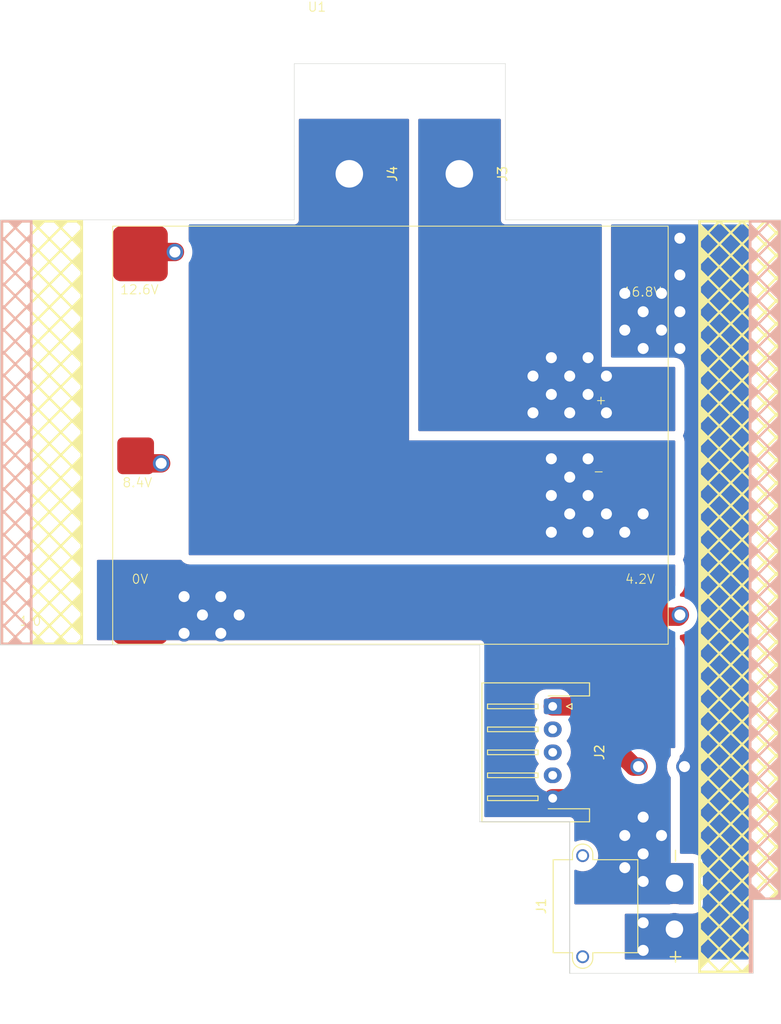
<source format=kicad_pcb>
(kicad_pcb (version 20241229) (generator "pcbnew") (generator_version "9.0")
  (layers (0 "F.Cu" signal) (4 "In1.Cu" signal) (6 "In2.Cu" signal) (2 "B.Cu" signal) (13 "F.Paste" user) (15 "B.Paste" user) (5 "F.SilkS" user "F.Silkscreen") (7 "B.SilkS" user "B.Silkscreen") (1 "F.Mask" user) (3 "B.Mask" user) (25 "Edge.Cuts" user))
  (net 0 "")
  (net 1 "Net-(J1-Pin_2)")
  (net 2 "Net-(J1-Pin_1)")
  (net 3 "Net-(J2-Pin_2)")
  (net 4 "Net-(J2-Pin_4)")
  (net 5 "Net-(J2-Pin_3)")
  (net 6 "Net-(J3-Pin_1)")
  (net 7 "Net-(J4-Pin_1)")
  (footprint "Connector_JST:JST_XH_S5B-XH-A-1_1x05_P2.50mm_Horizontal" (layer "F.Cu") (at 138.15 85.95 -90)
    (property "Reference" "J2" (at 5 -5.1 90) (layer "F.SilkS"))
    (property "Value" "Conn_01x05")
    (fp_line (start -2.56 7.71) (end -2.56 -4.01) (stroke (width 0.12)) (layer "F.SilkS"))
    (fp_line (start 5 7.71) (end -2.56 7.71) (stroke (width 0.12)) (layer "F.SilkS"))
    (fp_line (start 5 7.71) (end 12.56 7.71) (stroke (width 0.12)) (layer "F.SilkS"))
    (fp_line (start 12.56 7.71) (end 12.56 -4.01) (stroke (width 0.12)) (layer "F.SilkS"))
    (fp_line (start -0.25 7.1) (end 0.25 7.1) (stroke (width 0.12)) (layer "F.SilkS"))
    (fp_line (start 0.25 7.1) (end 0.25 1.6) (stroke (width 0.12)) (layer "F.SilkS"))
    (fp_line (start 2.25 7.1) (end 2.75 7.1) (stroke (width 0.12)) (layer "F.SilkS"))
    (fp_line (start 2.75 7.1) (end 2.75 1.6) (stroke (width 0.12)) (layer "F.SilkS"))
    (fp_line (start 4.75 7.1) (end 5.25 7.1) (stroke (width 0.12)) (layer "F.SilkS"))
    (fp_line (start 5.25 7.1) (end 5.25 1.6) (stroke (width 0.12)) (layer "F.SilkS"))
    (fp_line (start 7.25 7.1) (end 7.75 7.1) (stroke (width 0.12)) (layer "F.SilkS"))
    (fp_line (start 7.75 7.1) (end 7.75 1.6) (stroke (width 0.12)) (layer "F.SilkS"))
    (fp_line (start 9.75 7.1) (end 10.25 7.1) (stroke (width 0.12)) (layer "F.SilkS"))
    (fp_line (start 10.25 7.1) (end 10.25 1.6) (stroke (width 0.12)) (layer "F.SilkS"))
    (fp_line (start -0.25 1.6) (end -0.25 7.1) (stroke (width 0.12)) (layer "F.SilkS"))
    (fp_line (start 0.25 1.6) (end -0.25 1.6) (stroke (width 0.12)) (layer "F.SilkS"))
    (fp_line (start 2.25 1.6) (end 2.25 7.1) (stroke (width 0.12)) (layer "F.SilkS"))
    (fp_line (start 2.75 1.6) (end 2.25 1.6) (stroke (width 0.12)) (layer "F.SilkS"))
    (fp_line (start 4.75 1.6) (end 4.75 7.1) (stroke (width 0.12)) (layer "F.SilkS"))
    (fp_line (start 5.25 1.6) (end 4.75 1.6) (stroke (width 0.12)) (layer "F.SilkS"))
    (fp_line (start 7.25 1.6) (end 7.25 7.1) (stroke (width 0.12)) (layer "F.SilkS"))
    (fp_line (start 7.75 1.6) (end 7.25 1.6) (stroke (width 0.12)) (layer "F.SilkS"))
    (fp_line (start 9.75 1.6) (end 9.75 7.1) (stroke (width 0.12)) (layer "F.SilkS"))
    (fp_line (start 10.25 1.6) (end 9.75 1.6) (stroke (width 0.12)) (layer "F.SilkS"))
    (fp_line (start 0 -1.5) (end -0.3 -2.1) (stroke (width 0.12)) (layer "F.SilkS"))
    (fp_line (start -0.3 -2.1) (end 0.3 -2.1) (stroke (width 0.12)) (layer "F.SilkS"))
    (fp_line (start 0.3 -2.1) (end 0 -1.5) (stroke (width 0.12)) (layer "F.SilkS"))
    (fp_line (start -2.56 -4.01) (end -1.14 -4.01) (stroke (width 0.12)) (layer "F.SilkS"))
    (fp_line (start -1.14 -4.01) (end -1.14 0.49) (stroke (width 0.12)) (layer "F.SilkS"))
    (fp_line (start 11.14 -4.01) (end 11.14 0.49) (stroke (width 0.12)) (layer "F.SilkS"))
    (fp_line (start 12.56 -4.01) (end 11.14 -4.01) (stroke (width 0.12)) (layer "F.SilkS"))
    (pad "1" thru_hole roundrect (at 0 0 270) (size 1.7 1.95) (drill 0.95) (layers "*.Cu" "*.Mask") (roundrect_rratio 0.147059) (net 1 "Net-(J1-Pin_2)"))
    (pad "2" thru_hole oval (at 2.5 0 270) (size 1.7 1.95) (drill 0.95) (layers "*.Cu" "*.Mask") (net 3 "Net-(J2-Pin_2)"))
    (pad "3" thru_hole oval (at 5 0 270) (size 1.7 1.95) (drill 0.95) (layers "*.Cu" "*.Mask") (net 5 "Net-(J2-Pin_3)"))
    (pad "4" thru_hole oval (at 7.5 0 270) (size 1.7 1.95) (drill 0.95) (layers "*.Cu" "*.Mask") (net 4 "Net-(J2-Pin_4)"))
    (pad "5" thru_hole oval (at 10 0 270) (size 1.7 1.95) (drill 0.95) (layers "*.Cu" "*.Mask") (net 2 "Net-(J1-Pin_1)"))
  )
  (footprint "MountingHole:MountingHole_4.3mm_M4_DIN965_Pad" (layer "F.Cu") (at 115.996592 27.990385 -90)
    (property "Reference" "J4" (at 0 -4.7 90) (layer "F.SilkS"))
    (property "Value" "Conn_01x01")
    (pad "1" thru_hole circle (at 0 0 270) (size 7.5 7.5) (drill 3) (layers "*.Cu" "*.Mask") (net 7 "Net-(J4-Pin_1)"))
  )
  (footprint "myfootprints:bms-4s-40A" (layer "F.Cu") (at 120.473869 56.435129)
    (property "Reference" "U1" (at -8 -46.6 0) (layer "F.SilkS") (effects (font (thickness 0.1))))
    (property "Value" "BMS-4s-40A")
    (fp_rect (start -30.25 -22.75) (end 30.25 22.75) (stroke (width 0.1)) (fill no) (layer "F.SilkS"))
    (fp_text user "16.8V" (at 25.25 -15 0) (layer "F.SilkS") (effects (font (thickness 0.1)) (justify left bottom)))
    (fp_text user "4.2V" (at 25.5 16.25 0) (layer "F.SilkS") (effects (font (thickness 0.1)) (justify left bottom)))
    (fp_text user "-" (at 22 4.5 0) (layer "F.SilkS") (effects (font (thickness 0.1)) (justify left bottom)))
    (fp_text user "8.4V" (at -29.25 5.75 0) (layer "F.SilkS") (effects (font (thickness 0.1)) (justify left bottom)))
    (fp_text user "+" (at 22.25 -3.25 0) (layer "F.SilkS") (effects (font (thickness 0.1)) (justify left bottom)))
    (fp_text user "12.6V" (at -29.5 -15.25 0) (layer "F.SilkS") (effects (font (thickness 0.1)) (justify left bottom)))
    (fp_text user "0V" (at -28.25 16.25 0) (layer "F.SilkS") (effects (font (thickness 0.1)) (justify left bottom)))
    (pad "1" smd roundrect (at 27.25 -3.75) (size 6 6) (layers "F.Cu" "F.Mask" "F.Paste") (roundrect_rratio 0.15) (net 6 "Net-(J3-Pin_1)"))
    (pad "2" smd roundrect (at 27.25 4.25) (size 6 6) (layers "F.Cu" "F.Mask" "F.Paste") (roundrect_rratio 0.15) (net 7 "Net-(J4-Pin_1)"))
    (pad "3" smd roundrect (at -27.25 19.75) (size 6 6) (layers "F.Cu" "F.Mask" "F.Paste") (roundrect_rratio 0.15) (net 2 "Net-(J1-Pin_1)"))
    (pad "4" smd roundrect (at 27.25 19.75) (size 6 6) (layers "F.Cu" "F.Mask" "F.Paste") (roundrect_rratio 0.15) (net 4 "Net-(J2-Pin_4)"))
    (pad "5" smd roundrect (at -27.75 2.25) (size 4 4) (layers "F.Cu" "F.Mask" "F.Paste") (roundrect_rratio 0.15) (net 5 "Net-(J2-Pin_3)"))
    (pad "6" smd roundrect (at -27.25 -19.75) (size 6 6) (layers "F.Cu" "F.Mask" "F.Paste") (roundrect_rratio 0.15) (net 3 "Net-(J2-Pin_2)"))
    (pad "7" smd roundrect (at 27.25 -19.75) (size 6 6) (layers "F.Cu" "F.Mask" "F.Paste") (roundrect_rratio 0.15) (net 1 "Net-(J1-Pin_2)"))
  )
  (footprint "Connector_AMASS:AMASS_XT30PW-M_1x02_P2.50mm_Horizontal" (layer "F.Cu") (at 151.409018 105.195107 90)
    (property "Reference" "J1" (at -2.5 -14.5 90) (layer "F.SilkS"))
    (property "Value" "Conn_01x02")
    (fp_line (start 2.56 -13.21) (end 2.56 -11.11) (stroke (width 0.12)) (layer "F.SilkS"))
    (fp_line (start -7.56 -13.21) (end 2.56 -13.21) (stroke (width 0.12)) (layer "F.SilkS"))
    (fp_line (start -7.56 -13.21) (end -7.56 -11.11) (stroke (width 0.12)) (layer "F.SilkS"))
    (fp_line (start 2.56 -11.11) (end 3.15 -11.11) (stroke (width 0.12)) (layer "F.SilkS"))
    (fp_line (start -8.15 -11.11) (end -7.56 -11.11) (stroke (width 0.12)) (layer "F.SilkS"))
    (fp_line (start 2.56 -8.89) (end 3.15 -8.89) (stroke (width 0.12)) (layer "F.SilkS"))
    (fp_line (start 2.56 -8.89) (end 2.56 -3.99) (stroke (width 0.12)) (layer "F.SilkS"))
    (fp_line (start -7.56 -8.89) (end -7.56 -3.99) (stroke (width 0.12)) (layer "F.SilkS"))
    (fp_line (start -8.15 -8.89) (end -7.56 -8.89) (stroke (width 0.12)) (layer "F.SilkS"))
    (fp_line (start -7.56 -3.99) (end 2.56 -3.99) (stroke (width 0.12)) (layer "F.SilkS"))
    (fp_arc (start 3.15 -11.11) (mid 4.26 -10) (end 3.15 -8.89) (stroke (width 0.12)) (layer "F.SilkS"))
    (fp_arc (start -8.15 -8.89) (mid -9.26 -10) (end -8.15 -11.11) (stroke (width 0.12)) (layer "F.SilkS"))
    (fp_text user "+" (at -8 0 90) (layer "F.SilkS") (effects (font (size 1.5 1.5))))
    (fp_text user "-" (at 3 0 90) (layer "F.SilkS") (effects (font (size 1.5 1.5))))
    (pad "" thru_hole circle (at -8 -10 90) (size 1.4 1.4) (drill 1) (layers "*.Cu" "*.Mask"))
    (pad "" thru_hole circle (at 3 -10 90) (size 1.4 1.4) (drill 1) (layers "*.Cu" "*.Mask"))
    (pad "1" thru_hole roundrect (at 0 0 90) (size 3.5 3.5) (drill 1.9) (layers "*.Cu" "*.Mask") (roundrect_rratio 0.22) (net 2 "Net-(J1-Pin_1)"))
    (pad "2" thru_hole circle (at -5 0 90) (size 3.5 3.5) (drill 1.9) (layers "*.Cu" "*.Mask") (net 1 "Net-(J1-Pin_2)"))
  )
  (footprint "MountingHole:MountingHole_4.3mm_M4_DIN965_Pad" (layer "F.Cu") (at 127.981116 27.996701 -90)
    (property "Reference" "J3" (at 0 -4.7 90) (layer "F.SilkS"))
    (property "Value" "Conn_01x01")
    (pad "1" thru_hole circle (at 0 0 270) (size 7.5 7.5) (drill 3) (layers "*.Cu" "*.Mask") (net 6 "Net-(J3-Pin_1)"))
  )
  (gr_line (start 78 79.25) (end 78 33) (stroke (width 0.05)) (layer "Edge.Cuts"))
  (gr_line (start 163 33) (end 163 107) (stroke (width 0.05)) (layer "Edge.Cuts"))
  (gr_line (start 133 24) (end 133 33) (stroke (width 0.05)) (layer "Edge.Cuts"))
  (gr_line (start 160 115) (end 140 115) (stroke (width 0.05)) (layer "Edge.Cuts"))
  (gr_line (start 110 33) (end 78 33) (stroke (width 0.05)) (layer "Edge.Cuts"))
  (gr_line (start 133 16) (end 133 24) (stroke (width 0.05)) (layer "Edge.Cuts"))
  (gr_line (start 130.2 79.25) (end 78 79.25) (stroke (width 0.1)) (layer "Edge.Cuts"))
  (gr_line (start 110 16) (end 110 25) (stroke (width 0.05)) (layer "Edge.Cuts"))
  (gr_line (start 140 98.5) (end 130.2 98.5) (stroke (width 0.1)) (layer "Edge.Cuts"))
  (gr_line (start 130.2 98.5) (end 130.2 79.25) (stroke (width 0.05)) (layer "Edge.Cuts"))
  (gr_line (start 140 115) (end 140 98.5) (stroke (width 0.1)) (layer "Edge.Cuts"))
  (gr_line (start 110 25) (end 110 33) (stroke (width 0.05)) (layer "Edge.Cuts"))
  (gr_line (start 133 33) (end 163 33) (stroke (width 0.05)) (layer "Edge.Cuts"))
  (gr_line (start 160 115) (end 160 107) (stroke (width 0.05)) (layer "Edge.Cuts"))
  (gr_line (start 160 107) (end 163 107) (stroke (width 0.05)) (layer "Edge.Cuts"))
  (gr_line (start 110 16) (end 133 16) (stroke (width 0.05)) (layer "Edge.Cuts"))
  (gr_text "1.0" (at 80 77.25 0) (layer "F.SilkS") (effects (font (size 1 1) (thickness 0.1)) (justify left bottom)))
  (segment (start 147 92.5) (end 147.5 92.5) (width 2) (layer "F.Cu") (net 1))
  (segment (start 138.15 85.95) (end 140.45 85.95) (width 2) (layer "F.Cu") (net 1))
  (segment (start 145.5 91) (end 147 92.5) (width 2) (layer "F.Cu") (net 1))
  (segment (start 140.45 85.95) (end 145.5 91) (width 2) (layer "F.Cu") (net 1))
  (via (at 152 39) (size 1.8) (drill 1.2) (layers "F.Cu" "B.Cu") (net 1))
  (via (at 150 41) (size 1.8) (drill 1.2) (layers "F.Cu" "B.Cu") (net 1))
  (via (at 150 45) (size 1.8) (drill 1.2) (layers "F.Cu" "B.Cu") (net 1))
  (via (at 152 47) (size 1.8) (drill 1.2) (layers "F.Cu" "B.Cu") (net 1))
  (via (at 152 43) (size 1.8) (drill 1.2) (layers "F.Cu" "B.Cu") (net 1))
  (via (at 152 35) (size 1.8) (drill 1.2) (layers "F.Cu" "B.Cu") (net 1))
  (via (at 146 41) (size 1.8) (drill 1.2) (layers "F.Cu" "B.Cu") (net 1))
  (via (at 147.5 92.5) (size 1.8) (drill 1.2) (layers "F.Cu" "B.Cu") (net 1))
  (via (at 146 45) (size 1.8) (drill 1.2) (layers "F.Cu" "B.Cu") (net 1))
  (via (at 152.5 92.5) (size 1.8) (drill 1.2) (layers "F.Cu" "B.Cu") (net 1))
  (via (at 148 47) (size 1.8) (drill 1.2) (layers "F.Cu" "B.Cu") (net 1))
  (via (at 148 109.5) (size 1.8) (drill 1.2) (layers "F.Cu" "B.Cu") (net 1))
  (via (at 148 43) (size 1.8) (drill 1.2) (layers "F.Cu" "B.Cu") (net 1))
  (via (at 148 112.5) (size 1.8) (drill 1.2) (layers "F.Cu" "B.Cu") (net 1))
  (segment (start 138.15 95.95) (end 145.95 95.95) (width 2) (layer "F.Cu") (net 2))
  (segment (start 145.95 95.95) (end 150 100) (width 2) (layer "F.Cu") (net 2))
  (via (at 104 76) (size 1.8) (drill 1.2) (layers "F.Cu" "B.Cu") (net 2))
  (via (at 146 103.5) (size 1.8) (drill 1.2) (layers "F.Cu" "B.Cu") (net 2))
  (via (at 148 98) (size 1.8) (drill 1.2) (layers "F.Cu" "B.Cu") (net 2))
  (via (at 102 78) (size 1.8) (drill 1.2) (layers "F.Cu" "B.Cu") (net 2))
  (via (at 146 100) (size 1.8) (drill 1.2) (layers "F.Cu" "B.Cu") (net 2))
  (via (at 102 74) (size 1.8) (drill 1.2) (layers "F.Cu" "B.Cu") (net 2))
  (via (at 98 74) (size 1.8) (drill 1.2) (layers "F.Cu" "B.Cu") (net 2))
  (via (at 148 102) (size 1.8) (drill 1.2) (layers "F.Cu" "B.Cu") (net 2))
  (via (at 100 76) (size 1.8) (drill 1.2) (layers "F.Cu" "B.Cu") (net 2))
  (via (at 148 105) (size 1.8) (drill 1.2) (layers "F.Cu" "B.Cu") (net 2))
  (via (at 98 78) (size 1.8) (drill 1.2) (layers "F.Cu" "B.Cu") (net 2))
  (via (at 150 100) (size 1.8) (drill 1.2) (layers "F.Cu" "B.Cu") (net 2))
  (segment (start 93.408998 36.5) (end 93.223869 36.685129) (width 2) (layer "F.Cu") (net 3))
  (segment (start 97 36.5) (end 93.408998 36.5) (width 2) (layer "F.Cu") (net 3))
  (via (at 97 36.5) (size 1.8) (drill 1.2) (layers "F.Cu" "B.Cu") (net 3))
  (segment (start 147.723869 76.185129) (end 151.814871 76.185129) (width 2) (layer "F.Cu") (net 4))
  (segment (start 151.814871 76.185129) (end 152 76) (width 2) (layer "F.Cu") (net 4))
  (via (at 152 76) (size 1.8) (drill 1.2) (layers "F.Cu" "B.Cu") (net 4))
  (segment (start 93.53874 59.5) (end 92.723869 58.685129) (width 2) (layer "F.Cu") (net 5))
  (segment (start 95.5 59.5) (end 93.53874 59.5) (width 2) (layer "F.Cu") (net 5))
  (via (at 95.5 59.5) (size 1.8) (drill 1.2) (layers "F.Cu" "B.Cu") (net 5))
  (via (at 140 54) (size 1.8) (drill 1.2) (layers "F.Cu" "B.Cu") (net 6))
  (via (at 144 50) (size 1.8) (drill 1.2) (layers "F.Cu" "B.Cu") (net 6))
  (via (at 140 50) (size 1.8) (drill 1.2) (layers "F.Cu" "B.Cu") (net 6))
  (via (at 138 52) (size 1.8) (drill 1.2) (layers "F.Cu" "B.Cu") (net 6))
  (via (at 136 50) (size 1.8) (drill 1.2) (layers "F.Cu" "B.Cu") (net 6))
  (via (at 144 54) (size 1.8) (drill 1.2) (layers "F.Cu" "B.Cu") (net 6))
  (via (at 142 52) (size 1.8) (drill 1.2) (layers "F.Cu" "B.Cu") (net 6))
  (via (at 138 48) (size 1.8) (drill 1.2) (layers "F.Cu" "B.Cu") (net 6))
  (via (at 142 48) (size 1.8) (drill 1.2) (layers "F.Cu" "B.Cu") (net 6))
  (via (at 136 54) (size 1.8) (drill 1.2) (layers "F.Cu" "B.Cu") (net 6))
  (via (at 138 59) (size 1.8) (drill 1.2) (layers "F.Cu" "B.Cu") (net 7))
  (via (at 142 67) (size 1.8) (drill 1.2) (layers "F.Cu" "B.Cu") (net 7))
  (via (at 144 65) (size 1.8) (drill 1.2) (layers "F.Cu" "B.Cu") (net 7))
  (via (at 138 63) (size 1.8) (drill 1.2) (layers "F.Cu" "B.Cu") (net 7))
  (via (at 140 61) (size 1.8) (drill 1.2) (layers "F.Cu" "B.Cu") (net 7))
  (via (at 148 65) (size 1.8) (drill 1.2) (layers "F.Cu" "B.Cu") (net 7))
  (via (at 140 65) (size 1.8) (drill 1.2) (layers "F.Cu" "B.Cu") (net 7))
  (via (at 138 67) (size 1.8) (drill 1.2) (layers "F.Cu" "B.Cu") (net 7))
  (via (at 142 59) (size 1.8) (drill 1.2) (layers "F.Cu" "B.Cu") (net 7))
  (via (at 142 63) (size 1.8) (drill 1.2) (layers "F.Cu" "B.Cu") (net 7))
  (via (at 146 67) (size 1.8) (drill 1.2) (layers "F.Cu" "B.Cu") (net 7))
  (zone (net 0) (net_name "") (layer "F.Cu") (connect_pads (clearance 0)) (min_thickness 0.25)
    (keepout (tracks allowed) (vias allowed) (pads allowed) (copperpour not_allowed) (footprints allowed))
    (fill (thermal_gap 0.5) (thermal_bridge_width 0.5))
    (polygon (pts (xy 154 32) (xy 163 32) (xy 163 115) (xy 154 115)))
  )
  (zone (net 0) (net_name "") (layers "F.Cu" "B.Cu") (connect_pads yes (clearance 0)) (min_thickness 0.25)
    (keepout (tracks allowed) (vias allowed) (pads allowed) (copperpour not_allowed) (footprints allowed))
    (fill (thermal_gap 0.5) (thermal_bridge_width 0.5))
    (polygon (pts (xy 163 25) (xy 159.5 25) (xy 159.5 115) (xy 163 115)))
  )
  (zone (net 1) (net_name "Net-(J1-Pin_2)") (layers "F.Cu" "B.Cu" "In1.Cu" "In2.Cu") (connect_pads yes (clearance 1)) (min_thickness 0.25) (fill yes (thermal_gap 0.5) (thermal_bridge_width 0.5))
    (polygon (pts (xy 144.5 33.5) (xy 162 33.5) (xy 162 113.5) (xy 146 113.5) (xy 146 108) (xy 152 108) (xy 154 107.962517) (xy 154 102.5) (xy 151.5 102.5) (xy 151.5 91) (xy 152 91) (xy 152 69.5) (xy 152 69.5) (xy 152 48.5) (xy 144.5 48.5)))
  )
  (zone (net 7) (net_name "Net-(J4-Pin_1)") (layers "F.Cu" "B.Cu" "In1.Cu" "In2.Cu") (priority 3) (connect_pads yes (clearance 1)) (min_thickness 0.25) (fill yes (thermal_gap 0.5) (thermal_bridge_width 0.5))
    (polygon (pts (xy 98.5 22) (xy 122.5 22) (xy 122.5 57) (xy 151.5 57) (xy 151.5 69.5) (xy 98.5 69.5)))
  )
  (zone (net 6) (net_name "Net-(J3-Pin_1)") (layers "F.Cu" "B.Cu" "In1.Cu" "In2.Cu") (priority 2) (connect_pads yes (clearance 1)) (min_thickness 0.25) (fill yes (thermal_gap 0.5) (thermal_bridge_width 0.5))
    (polygon (pts (xy 123 22) (xy 143.5 22) (xy 143.5 49) (xy 151.5 49) (xy 151.5 56.5) (xy 123 56.5)))
  )
  (zone (net 2) (net_name "Net-(J1-Pin_1)") (layers "F.Cu" "B.Cu" "In2.Cu") (priority 1) (connect_pads yes (clearance 1)) (min_thickness 0.25) (fill yes (thermal_gap 0.5) (thermal_bridge_width 0.5) (island_removal_mode 1) (island_area_min 10))
    (polygon (pts (xy 88.5 70) (xy 151.5 70) (xy 151.5 90.491997) (xy 151 90.488871) (xy 151 94.5) (xy 151 94.5) (xy 151 103) (xy 153.5 103) (xy 153.5 107.5) (xy 151 107.5) (xy 127.5 107.5) (xy 127.5 82.5) (xy 88.5 82.5)))
  )
  (zone (net 0) (net_name "") (layer "F.SilkS") (connect_pads (clearance 1)) (min_thickness 0.1) (fill yes (mode hatch) (thermal_gap 0.5) (thermal_bridge_width 0.5) (hatch_thickness 0.25) (hatch_gap 1.5) (hatch_orientation 45) (hatch_border_algorithm hatch_thickness) (hatch_min_hole_area 0.3))
    (polygon (pts (xy 154 33) (xy 163 33) (xy 163 115) (xy 154 115)))
  )
  (zone (net 0) (net_name "") (layer "F.SilkS") (connect_pads (clearance 1)) (min_thickness 0.1) (fill yes (mode hatch) (thermal_gap 0.5) (thermal_bridge_width 0.5) (hatch_thickness 0.25) (hatch_gap 1.5) (hatch_orientation 45) (hatch_border_algorithm hatch_thickness) (hatch_min_hole_area 0.3))
    (polygon (pts (xy 78 33) (xy 87 33) (xy 87 79.5) (xy 78 79.5)))
  )
  (zone (net 0) (net_name "") (layer "B.SilkS") (connect_pads (clearance 1)) (min_thickness 0.1) (fill yes (mode hatch) (thermal_gap 0.5) (thermal_bridge_width 0.5) (hatch_thickness 0.25) (hatch_gap 1.5) (hatch_orientation 45) (hatch_border_algorithm hatch_thickness) (hatch_min_hole_area 0.3))
    (polygon (pts (xy 159.5 33) (xy 163 33) (xy 163 115) (xy 159.5 115)))
  )
  (zone (net 0) (net_name "") (layer "B.SilkS") (connect_pads (clearance 1)) (min_thickness 0.1) (fill yes (mode hatch) (thermal_gap 0.5) (thermal_bridge_width 0.5) (hatch_thickness 0.25) (hatch_gap 1.5) (hatch_orientation 45) (hatch_border_algorithm hatch_thickness) (hatch_min_hole_area 0.3))
    (polygon (pts (xy 78 33) (xy 81.5 33) (xy 81.5 79.5) (xy 78 79.5)))
  )
)
</source>
